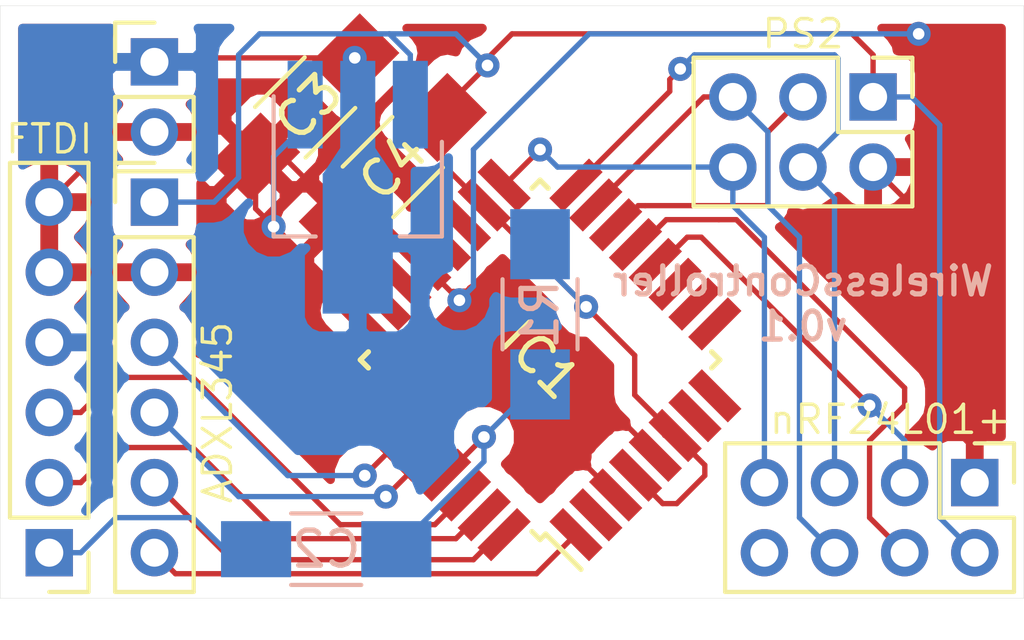
<source format=kicad_pcb>
(kicad_pcb (version 4) (host pcbnew 4.0.5)

  (general
    (links 42)
    (no_connects 0)
    (area 139.194999 93.394999 168.405001 110.305001)
    (thickness 1.6002)
    (drawings 10)
    (tracks 175)
    (zones 0)
    (modules 11)
    (nets 32)
  )

  (page A4)
  (layers
    (0 Top signal)
    (31 Bottom signal)
    (36 B.SilkS user)
    (37 F.SilkS user)
    (38 B.Mask user)
    (39 F.Mask user)
    (40 Dwgs.User user hide)
    (41 Cmts.User user hide)
    (42 Eco1.User user hide)
    (43 Eco2.User user hide)
    (44 Edge.Cuts user)
  )

  (setup
    (last_trace_width 0.1524)
    (trace_clearance 0.1524)
    (zone_clearance 0.508)
    (zone_45_only no)
    (trace_min 0.1524)
    (segment_width 0.2)
    (edge_width 0.01)
    (via_size 0.6858)
    (via_drill 0.3302)
    (via_min_size 0.6858)
    (via_min_drill 0.3302)
    (uvia_size 0.762)
    (uvia_drill 0.508)
    (uvias_allowed no)
    (uvia_min_size 0)
    (uvia_min_drill 0)
    (pcb_text_width 0.3)
    (pcb_text_size 1.5 1.5)
    (mod_edge_width 0.15)
    (mod_text_size 1 1)
    (mod_text_width 0.15)
    (pad_size 1.35 1.35)
    (pad_drill 0.8)
    (pad_to_mask_clearance 0)
    (aux_axis_origin 0 0)
    (visible_elements 7FFEFF7F)
    (pcbplotparams
      (layerselection 0x010f0_80000001)
      (usegerberextensions false)
      (excludeedgelayer true)
      (linewidth 0.100000)
      (plotframeref false)
      (viasonmask false)
      (mode 1)
      (useauxorigin false)
      (hpglpennumber 1)
      (hpglpenspeed 20)
      (hpglpendiameter 15)
      (hpglpenoverlay 2)
      (psnegative false)
      (psa4output false)
      (plotreference true)
      (plotvalue true)
      (plotinvisibletext false)
      (padsonsilk false)
      (subtractmaskfromsilk false)
      (outputformat 1)
      (mirror false)
      (drillshape 0)
      (scaleselection 1)
      (outputdirectory ""))
  )

  (net 0 "")
  (net 1 GND)
  (net 2 DTR)
  (net 3 RESET)
  (net 4 VCC)
  (net 5 +3V3)
  (net 6 INT1)
  (net 7 "Net-(IC1-Pad2)")
  (net 8 "Net-(IC1-Pad7)")
  (net 9 "Net-(IC1-Pad8)")
  (net 10 "Net-(IC1-Pad9)")
  (net 11 "Net-(IC1-Pad10)")
  (net 12 "Net-(IC1-Pad11)")
  (net 13 NRCE)
  (net 14 NRSS)
  (net 15 SEL)
  (net 16 CMD)
  (net 17 DAT)
  (net 18 CLK)
  (net 19 "Net-(IC1-Pad19)")
  (net 20 "Net-(IC1-Pad22)")
  (net 21 "Net-(IC1-Pad23)")
  (net 22 "Net-(IC1-Pad24)")
  (net 23 "Net-(IC1-Pad25)")
  (net 24 "Net-(IC1-Pad26)")
  (net 25 SDA)
  (net 26 SCL)
  (net 27 RX)
  (net 28 TX)
  (net 29 INT0)
  (net 30 "Net-(J1-Pad8)")
  (net 31 "Net-(IC1-Pad20)")

  (net_class Default "This is the default net class."
    (clearance 0.1524)
    (trace_width 0.1524)
    (via_dia 0.6858)
    (via_drill 0.3302)
    (uvia_dia 0.762)
    (uvia_drill 0.508)
    (add_net +3V3)
    (add_net CLK)
    (add_net CMD)
    (add_net DAT)
    (add_net DTR)
    (add_net GND)
    (add_net INT0)
    (add_net INT1)
    (add_net NRCE)
    (add_net NRSS)
    (add_net "Net-(IC1-Pad10)")
    (add_net "Net-(IC1-Pad11)")
    (add_net "Net-(IC1-Pad19)")
    (add_net "Net-(IC1-Pad2)")
    (add_net "Net-(IC1-Pad20)")
    (add_net "Net-(IC1-Pad22)")
    (add_net "Net-(IC1-Pad23)")
    (add_net "Net-(IC1-Pad24)")
    (add_net "Net-(IC1-Pad25)")
    (add_net "Net-(IC1-Pad26)")
    (add_net "Net-(IC1-Pad7)")
    (add_net "Net-(IC1-Pad8)")
    (add_net "Net-(IC1-Pad9)")
    (add_net "Net-(J1-Pad8)")
    (add_net RESET)
    (add_net RX)
    (add_net SCL)
    (add_net SDA)
    (add_net SEL)
    (add_net TX)
    (add_net VCC)
  )

  (module Pin_Headers:Pin_Header_Straight_1x06_Pitch2.00mm (layer Top) (tedit 58BAAB81) (tstamp 58BAAAFA)
    (at 140.6 109 180)
    (descr "Through hole straight pin header, 1x06, 2.00mm pitch, single row")
    (tags "Through hole pin header THT 1x06 2.00mm single row")
    (path /58BAAAD0)
    (fp_text reference J4 (at 0 -2.12 180) (layer F.SilkS) hide
      (effects (font (size 1 1) (thickness 0.15)))
    )
    (fp_text value CONN_01X05 (at 0 12.12 180) (layer F.Fab)
      (effects (font (size 1 1) (thickness 0.15)))
    )
    (fp_line (start -1 -1) (end -1 11) (layer F.Fab) (width 0.1))
    (fp_line (start -1 11) (end 1 11) (layer F.Fab) (width 0.1))
    (fp_line (start 1 11) (end 1 -1) (layer F.Fab) (width 0.1))
    (fp_line (start 1 -1) (end -1 -1) (layer F.Fab) (width 0.1))
    (fp_line (start -1.12 1) (end -1.12 11.12) (layer F.SilkS) (width 0.12))
    (fp_line (start -1.12 11.12) (end 1.12 11.12) (layer F.SilkS) (width 0.12))
    (fp_line (start 1.12 11.12) (end 1.12 1) (layer F.SilkS) (width 0.12))
    (fp_line (start 1.12 1) (end -1.12 1) (layer F.SilkS) (width 0.12))
    (fp_line (start -1.12 0) (end -1.12 -1.12) (layer F.SilkS) (width 0.12))
    (fp_line (start -1.12 -1.12) (end 0 -1.12) (layer F.SilkS) (width 0.12))
    (fp_line (start -1.3 -1.3) (end -1.3 11.3) (layer F.CrtYd) (width 0.05))
    (fp_line (start -1.3 11.3) (end 1.3 11.3) (layer F.CrtYd) (width 0.05))
    (fp_line (start 1.3 11.3) (end 1.3 -1.3) (layer F.CrtYd) (width 0.05))
    (fp_line (start 1.3 -1.3) (end -1.3 -1.3) (layer F.CrtYd) (width 0.05))
    (pad 1 thru_hole rect (at 0 0 180) (size 1.35 1.35) (drill 0.8) (layers *.Cu *.Mask)
      (net 2 DTR))
    (pad 2 thru_hole oval (at 0 2 180) (size 1.35 1.35) (drill 0.8) (layers *.Cu *.Mask)
      (net 28 TX))
    (pad 3 thru_hole oval (at 0 4 180) (size 1.35 1.35) (drill 0.8) (layers *.Cu *.Mask)
      (net 27 RX))
    (pad 4 thru_hole oval (at 0 6 180) (size 1.35 1.35) (drill 0.8) (layers *.Cu *.Mask)
      (net 4 VCC))
    (pad 5 thru_hole oval (at 0 8 180) (size 1.35 1.35) (drill 0.8) (layers *.Cu *.Mask)
      (net 1 GND))
    (pad 6 thru_hole oval (at 0 10 180) (size 1.35 1.35) (drill 0.8) (layers *.Cu *.Mask)
      (net 1 GND))
    (model Pin_Headers.3dshapes/Pin_Header_Straight_1x06_Pitch2.00mm.wrl
      (at (xyz 0 0 0))
      (scale (xyz 1 1 1))
      (rotate (xyz 0 0 0))
    )
  )

  (module Capacitors_SMD:C_1206_HandSoldering (layer Bottom) (tedit 58BAB068) (tstamp 58BAAAA1)
    (at 148.5 108.9)
    (descr "Capacitor SMD 1206, hand soldering")
    (tags "capacitor 1206")
    (path /58B2EA9D)
    (attr smd)
    (fp_text reference C2 (at 0 0) (layer B.SilkS)
      (effects (font (size 1 1) (thickness 0.15)) (justify mirror))
    )
    (fp_text value 0.1uF (at 0 -2) (layer B.Fab)
      (effects (font (size 1 1) (thickness 0.15)) (justify mirror))
    )
    (fp_text user %R (at 0 1.75) (layer B.Fab)
      (effects (font (size 1 1) (thickness 0.15)) (justify mirror))
    )
    (fp_line (start -1.6 -0.8) (end -1.6 0.8) (layer B.Fab) (width 0.1))
    (fp_line (start 1.6 -0.8) (end -1.6 -0.8) (layer B.Fab) (width 0.1))
    (fp_line (start 1.6 0.8) (end 1.6 -0.8) (layer B.Fab) (width 0.1))
    (fp_line (start -1.6 0.8) (end 1.6 0.8) (layer B.Fab) (width 0.1))
    (fp_line (start 1 1.02) (end -1 1.02) (layer B.SilkS) (width 0.12))
    (fp_line (start -1 -1.02) (end 1 -1.02) (layer B.SilkS) (width 0.12))
    (fp_line (start -3.25 1.05) (end 3.25 1.05) (layer B.CrtYd) (width 0.05))
    (fp_line (start -3.25 1.05) (end -3.25 -1.05) (layer B.CrtYd) (width 0.05))
    (fp_line (start 3.25 -1.05) (end 3.25 1.05) (layer B.CrtYd) (width 0.05))
    (fp_line (start 3.25 -1.05) (end -3.25 -1.05) (layer B.CrtYd) (width 0.05))
    (pad 1 smd rect (at -2 0) (size 2 1.6) (layers Bottom B.Mask)
      (net 2 DTR))
    (pad 2 smd rect (at 2 0) (size 2 1.6) (layers Bottom B.Mask)
      (net 3 RESET))
    (model Capacitors_SMD.3dshapes/C_1206.wrl
      (at (xyz 0 0 0))
      (scale (xyz 1 1 1))
      (rotate (xyz 0 0 0))
    )
  )

  (module Capacitors_SMD:C_1206_HandSoldering (layer Top) (tedit 58BAADBD) (tstamp 58BAAAA7)
    (at 147.9 96.3 225)
    (descr "Capacitor SMD 1206, hand soldering")
    (tags "capacitor 1206")
    (path /58B480D2)
    (attr smd)
    (fp_text reference C3 (at -0.070711 -0.070711 225) (layer F.SilkS)
      (effects (font (size 1 1) (thickness 0.15)))
    )
    (fp_text value 10uF (at 0 2 225) (layer F.Fab)
      (effects (font (size 1 1) (thickness 0.15)))
    )
    (fp_text user %R (at 0 -1.75 225) (layer F.Fab)
      (effects (font (size 1 1) (thickness 0.15)))
    )
    (fp_line (start -1.6 0.8) (end -1.6 -0.8) (layer F.Fab) (width 0.1))
    (fp_line (start 1.6 0.8) (end -1.6 0.8) (layer F.Fab) (width 0.1))
    (fp_line (start 1.6 -0.8) (end 1.6 0.8) (layer F.Fab) (width 0.1))
    (fp_line (start -1.6 -0.8) (end 1.6 -0.8) (layer F.Fab) (width 0.1))
    (fp_line (start 1 -1.02) (end -1 -1.02) (layer F.SilkS) (width 0.12))
    (fp_line (start -1 1.02) (end 1 1.02) (layer F.SilkS) (width 0.12))
    (fp_line (start -3.25 -1.05) (end 3.25 -1.05) (layer F.CrtYd) (width 0.05))
    (fp_line (start -3.25 -1.05) (end -3.25 1.05) (layer F.CrtYd) (width 0.05))
    (fp_line (start 3.25 1.05) (end 3.25 -1.05) (layer F.CrtYd) (width 0.05))
    (fp_line (start 3.25 1.05) (end -3.25 1.05) (layer F.CrtYd) (width 0.05))
    (pad 1 smd rect (at -2 0 225) (size 2 1.6) (layers Top F.Mask)
      (net 4 VCC))
    (pad 2 smd rect (at 2 0 225) (size 2 1.6) (layers Top F.Mask)
      (net 1 GND))
    (model Capacitors_SMD.3dshapes/C_1206.wrl
      (at (xyz 0 0 0))
      (scale (xyz 1 1 1))
      (rotate (xyz 0 0 0))
    )
  )

  (module Capacitors_SMD:C_1206_HandSoldering (layer Top) (tedit 58BAADB4) (tstamp 58BAAAAD)
    (at 150.4 98 225)
    (descr "Capacitor SMD 1206, hand soldering")
    (tags "capacitor 1206")
    (path /58B4812B)
    (attr smd)
    (fp_text reference C4 (at 0 0 225) (layer F.SilkS)
      (effects (font (size 1 1) (thickness 0.15)))
    )
    (fp_text value 10uF (at 0 2 225) (layer F.Fab)
      (effects (font (size 1 1) (thickness 0.15)))
    )
    (fp_text user %R (at 0 -1.75 225) (layer F.Fab)
      (effects (font (size 1 1) (thickness 0.15)))
    )
    (fp_line (start -1.6 0.8) (end -1.6 -0.8) (layer F.Fab) (width 0.1))
    (fp_line (start 1.6 0.8) (end -1.6 0.8) (layer F.Fab) (width 0.1))
    (fp_line (start 1.6 -0.8) (end 1.6 0.8) (layer F.Fab) (width 0.1))
    (fp_line (start -1.6 -0.8) (end 1.6 -0.8) (layer F.Fab) (width 0.1))
    (fp_line (start 1 -1.02) (end -1 -1.02) (layer F.SilkS) (width 0.12))
    (fp_line (start -1 1.02) (end 1 1.02) (layer F.SilkS) (width 0.12))
    (fp_line (start -3.25 -1.05) (end 3.25 -1.05) (layer F.CrtYd) (width 0.05))
    (fp_line (start -3.25 -1.05) (end -3.25 1.05) (layer F.CrtYd) (width 0.05))
    (fp_line (start 3.25 1.05) (end 3.25 -1.05) (layer F.CrtYd) (width 0.05))
    (fp_line (start 3.25 1.05) (end -3.25 1.05) (layer F.CrtYd) (width 0.05))
    (pad 1 smd rect (at -2 0 225) (size 2 1.6) (layers Top F.Mask)
      (net 5 +3V3))
    (pad 2 smd rect (at 2 0 225) (size 2 1.6) (layers Top F.Mask)
      (net 1 GND))
    (model Capacitors_SMD.3dshapes/C_1206.wrl
      (at (xyz 0 0 0))
      (scale (xyz 1 1 1))
      (rotate (xyz 0 0 0))
    )
  )

  (module Housings_QFP:TQFP-32_7x7mm_Pitch0.8mm (layer Top) (tedit 58BAB030) (tstamp 58BAAAD1)
    (at 154.6 103.5 135)
    (descr "32-Lead Plastic Thin Quad Flatpack (PT) - 7x7x1.0 mm Body, 2.00 mm [TQFP] (see Microchip Packaging Specification 00000049BS.pdf)")
    (tags "QFP 0.8")
    (path /58B2E67F)
    (attr smd)
    (fp_text reference IC1 (at 0 0 135) (layer F.SilkS)
      (effects (font (size 1 1) (thickness 0.15)))
    )
    (fp_text value ATMEGA328P-A (at 0 6.05 135) (layer F.Fab)
      (effects (font (size 1 1) (thickness 0.15)))
    )
    (fp_text user %R (at 0 0 135) (layer F.Fab)
      (effects (font (size 1 1) (thickness 0.15)))
    )
    (fp_line (start -2.5 -3.5) (end 3.5 -3.5) (layer F.Fab) (width 0.15))
    (fp_line (start 3.5 -3.5) (end 3.5 3.5) (layer F.Fab) (width 0.15))
    (fp_line (start 3.5 3.5) (end -3.5 3.5) (layer F.Fab) (width 0.15))
    (fp_line (start -3.5 3.5) (end -3.5 -2.5) (layer F.Fab) (width 0.15))
    (fp_line (start -3.5 -2.5) (end -2.5 -3.5) (layer F.Fab) (width 0.15))
    (fp_line (start -5.3 -5.3) (end -5.3 5.3) (layer F.CrtYd) (width 0.05))
    (fp_line (start 5.3 -5.3) (end 5.3 5.3) (layer F.CrtYd) (width 0.05))
    (fp_line (start -5.3 -5.3) (end 5.3 -5.3) (layer F.CrtYd) (width 0.05))
    (fp_line (start -5.3 5.3) (end 5.3 5.3) (layer F.CrtYd) (width 0.05))
    (fp_line (start -3.625 -3.625) (end -3.625 -3.4) (layer F.SilkS) (width 0.15))
    (fp_line (start 3.625 -3.625) (end 3.625 -3.3) (layer F.SilkS) (width 0.15))
    (fp_line (start 3.625 3.625) (end 3.625 3.3) (layer F.SilkS) (width 0.15))
    (fp_line (start -3.625 3.625) (end -3.625 3.3) (layer F.SilkS) (width 0.15))
    (fp_line (start -3.625 -3.625) (end -3.3 -3.625) (layer F.SilkS) (width 0.15))
    (fp_line (start -3.625 3.625) (end -3.3 3.625) (layer F.SilkS) (width 0.15))
    (fp_line (start 3.625 3.625) (end 3.3 3.625) (layer F.SilkS) (width 0.15))
    (fp_line (start 3.625 -3.625) (end 3.3 -3.625) (layer F.SilkS) (width 0.15))
    (fp_line (start -3.625 -3.4) (end -5.05 -3.4) (layer F.SilkS) (width 0.15))
    (pad 1 smd rect (at -4.25 -2.8 135) (size 1.6 0.55) (layers Top F.Mask)
      (net 6 INT1))
    (pad 2 smd rect (at -4.25 -2 135) (size 1.6 0.55) (layers Top F.Mask)
      (net 7 "Net-(IC1-Pad2)"))
    (pad 3 smd rect (at -4.25 -1.2 135) (size 1.6 0.55) (layers Top F.Mask)
      (net 1 GND))
    (pad 4 smd rect (at -4.25 -0.4 135) (size 1.6 0.55) (layers Top F.Mask)
      (net 5 +3V3))
    (pad 5 smd rect (at -4.25 0.4 135) (size 1.6 0.55) (layers Top F.Mask)
      (net 1 GND))
    (pad 6 smd rect (at -4.25 1.2 135) (size 1.6 0.55) (layers Top F.Mask)
      (net 5 +3V3))
    (pad 7 smd rect (at -4.25 2 135) (size 1.6 0.55) (layers Top F.Mask)
      (net 8 "Net-(IC1-Pad7)"))
    (pad 8 smd rect (at -4.25 2.8 135) (size 1.6 0.55) (layers Top F.Mask)
      (net 9 "Net-(IC1-Pad8)"))
    (pad 9 smd rect (at -2.8 4.25 225) (size 1.6 0.55) (layers Top F.Mask)
      (net 10 "Net-(IC1-Pad9)"))
    (pad 10 smd rect (at -2 4.25 225) (size 1.6 0.55) (layers Top F.Mask)
      (net 11 "Net-(IC1-Pad10)"))
    (pad 11 smd rect (at -1.2 4.25 225) (size 1.6 0.55) (layers Top F.Mask)
      (net 12 "Net-(IC1-Pad11)"))
    (pad 12 smd rect (at -0.4 4.25 225) (size 1.6 0.55) (layers Top F.Mask)
      (net 13 NRCE))
    (pad 13 smd rect (at 0.4 4.25 225) (size 1.6 0.55) (layers Top F.Mask)
      (net 14 NRSS))
    (pad 14 smd rect (at 1.2 4.25 225) (size 1.6 0.55) (layers Top F.Mask)
      (net 15 SEL))
    (pad 15 smd rect (at 2 4.25 225) (size 1.6 0.55) (layers Top F.Mask)
      (net 16 CMD))
    (pad 16 smd rect (at 2.8 4.25 225) (size 1.6 0.55) (layers Top F.Mask)
      (net 17 DAT))
    (pad 17 smd rect (at 4.25 2.8 135) (size 1.6 0.55) (layers Top F.Mask)
      (net 18 CLK))
    (pad 18 smd rect (at 4.25 2 135) (size 1.6 0.55) (layers Top F.Mask)
      (net 5 +3V3))
    (pad 19 smd rect (at 4.25 1.2 135) (size 1.6 0.55) (layers Top F.Mask)
      (net 19 "Net-(IC1-Pad19)"))
    (pad 20 smd rect (at 4.25 0.4 135) (size 1.6 0.55) (layers Top F.Mask)
      (net 31 "Net-(IC1-Pad20)"))
    (pad 21 smd rect (at 4.25 -0.4 135) (size 1.6 0.55) (layers Top F.Mask)
      (net 1 GND))
    (pad 22 smd rect (at 4.25 -1.2 135) (size 1.6 0.55) (layers Top F.Mask)
      (net 20 "Net-(IC1-Pad22)"))
    (pad 23 smd rect (at 4.25 -2 135) (size 1.6 0.55) (layers Top F.Mask)
      (net 21 "Net-(IC1-Pad23)"))
    (pad 24 smd rect (at 4.25 -2.8 135) (size 1.6 0.55) (layers Top F.Mask)
      (net 22 "Net-(IC1-Pad24)"))
    (pad 25 smd rect (at 2.8 -4.25 225) (size 1.6 0.55) (layers Top F.Mask)
      (net 23 "Net-(IC1-Pad25)"))
    (pad 26 smd rect (at 2 -4.25 225) (size 1.6 0.55) (layers Top F.Mask)
      (net 24 "Net-(IC1-Pad26)"))
    (pad 27 smd rect (at 1.2 -4.25 225) (size 1.6 0.55) (layers Top F.Mask)
      (net 25 SDA))
    (pad 28 smd rect (at 0.4 -4.25 225) (size 1.6 0.55) (layers Top F.Mask)
      (net 26 SCL))
    (pad 29 smd rect (at -0.4 -4.25 225) (size 1.6 0.55) (layers Top F.Mask)
      (net 3 RESET))
    (pad 30 smd rect (at -1.2 -4.25 225) (size 1.6 0.55) (layers Top F.Mask)
      (net 27 RX))
    (pad 31 smd rect (at -2 -4.25 225) (size 1.6 0.55) (layers Top F.Mask)
      (net 28 TX))
    (pad 32 smd rect (at -2.8 -4.25 225) (size 1.6 0.55) (layers Top F.Mask)
      (net 29 INT0))
    (model Housings_QFP.3dshapes/TQFP-32_7x7mm_Pitch0.8mm.wrl
      (at (xyz 0 0 0))
      (scale (xyz 1 1 1))
      (rotate (xyz 0 0 0))
    )
  )

  (module Pin_Headers:Pin_Header_Straight_2x04_Pitch2.00mm (layer Top) (tedit 58BAAE1A) (tstamp 58BAAADD)
    (at 167 107 270)
    (descr "Through hole straight pin header, 2x04, 2.00mm pitch, double rows")
    (tags "Through hole pin header THT 2x04 2.00mm double row")
    (path /58B9D2D0)
    (fp_text reference J1 (at 1 -2.12 270) (layer F.SilkS) hide
      (effects (font (size 1 1) (thickness 0.15)))
    )
    (fp_text value CONN_02X04 (at 1 8.12 270) (layer F.Fab)
      (effects (font (size 1 1) (thickness 0.15)))
    )
    (fp_line (start -1 -1) (end -1 7) (layer F.Fab) (width 0.1))
    (fp_line (start -1 7) (end 3 7) (layer F.Fab) (width 0.1))
    (fp_line (start 3 7) (end 3 -1) (layer F.Fab) (width 0.1))
    (fp_line (start 3 -1) (end -1 -1) (layer F.Fab) (width 0.1))
    (fp_line (start -1.12 1) (end -1.12 7.12) (layer F.SilkS) (width 0.12))
    (fp_line (start -1.12 7.12) (end 3.12 7.12) (layer F.SilkS) (width 0.12))
    (fp_line (start 3.12 7.12) (end 3.12 -1.12) (layer F.SilkS) (width 0.12))
    (fp_line (start 3.12 -1.12) (end 1 -1.12) (layer F.SilkS) (width 0.12))
    (fp_line (start 1 -1.12) (end 1 1) (layer F.SilkS) (width 0.12))
    (fp_line (start 1 1) (end -1.12 1) (layer F.SilkS) (width 0.12))
    (fp_line (start -1.12 0) (end -1.12 -1.12) (layer F.SilkS) (width 0.12))
    (fp_line (start -1.12 -1.12) (end 0 -1.12) (layer F.SilkS) (width 0.12))
    (fp_line (start -1.3 -1.3) (end -1.3 7.3) (layer F.CrtYd) (width 0.05))
    (fp_line (start -1.3 7.3) (end 3.3 7.3) (layer F.CrtYd) (width 0.05))
    (fp_line (start 3.3 7.3) (end 3.3 -1.3) (layer F.CrtYd) (width 0.05))
    (fp_line (start 3.3 -1.3) (end -1.3 -1.3) (layer F.CrtYd) (width 0.05))
    (pad 1 thru_hole rect (at 0 0 270) (size 1.35 1.35) (drill 0.8) (layers *.Cu *.Mask)
      (net 1 GND))
    (pad 2 thru_hole oval (at 2 0 270) (size 1.35 1.35) (drill 0.8) (layers *.Cu *.Mask)
      (net 5 +3V3))
    (pad 3 thru_hole oval (at 0 2 270) (size 1.35 1.35) (drill 0.8) (layers *.Cu *.Mask)
      (net 13 NRCE))
    (pad 4 thru_hole oval (at 2 2 270) (size 1.35 1.35) (drill 0.8) (layers *.Cu *.Mask)
      (net 14 NRSS))
    (pad 5 thru_hole oval (at 0 4 270) (size 1.35 1.35) (drill 0.8) (layers *.Cu *.Mask)
      (net 17 DAT))
    (pad 6 thru_hole oval (at 2 4 270) (size 1.35 1.35) (drill 0.8) (layers *.Cu *.Mask)
      (net 16 CMD))
    (pad 7 thru_hole oval (at 0 6 270) (size 1.35 1.35) (drill 0.8) (layers *.Cu *.Mask)
      (net 18 CLK))
    (pad 8 thru_hole oval (at 2 6 270) (size 1.35 1.35) (drill 0.8) (layers *.Cu *.Mask)
      (net 30 "Net-(J1-Pad8)"))
    (model Pin_Headers.3dshapes/Pin_Header_Straight_2x04_Pitch2.00mm.wrl
      (at (xyz 0 0 0))
      (scale (xyz 1 1 1))
      (rotate (xyz 0 0 0))
    )
  )

  (module Pin_Headers:Pin_Header_Straight_2x03_Pitch2.00mm (layer Top) (tedit 58BAAE15) (tstamp 58BAAAE7)
    (at 164.1 96 270)
    (descr "Through hole straight pin header, 2x03, 2.00mm pitch, double rows")
    (tags "Through hole pin header THT 2x03 2.00mm double row")
    (path /58BAC94E)
    (fp_text reference J2 (at 1 -2.12 270) (layer F.SilkS) hide
      (effects (font (size 1 1) (thickness 0.15)))
    )
    (fp_text value CONN_02X03 (at 1 6.12 270) (layer F.Fab)
      (effects (font (size 1 1) (thickness 0.15)))
    )
    (fp_line (start -1 -1) (end -1 5) (layer F.Fab) (width 0.1))
    (fp_line (start -1 5) (end 3 5) (layer F.Fab) (width 0.1))
    (fp_line (start 3 5) (end 3 -1) (layer F.Fab) (width 0.1))
    (fp_line (start 3 -1) (end -1 -1) (layer F.Fab) (width 0.1))
    (fp_line (start -1.12 1) (end -1.12 5.12) (layer F.SilkS) (width 0.12))
    (fp_line (start -1.12 5.12) (end 3.12 5.12) (layer F.SilkS) (width 0.12))
    (fp_line (start 3.12 5.12) (end 3.12 -1.12) (layer F.SilkS) (width 0.12))
    (fp_line (start 3.12 -1.12) (end 1 -1.12) (layer F.SilkS) (width 0.12))
    (fp_line (start 1 -1.12) (end 1 1) (layer F.SilkS) (width 0.12))
    (fp_line (start 1 1) (end -1.12 1) (layer F.SilkS) (width 0.12))
    (fp_line (start -1.12 0) (end -1.12 -1.12) (layer F.SilkS) (width 0.12))
    (fp_line (start -1.12 -1.12) (end 0 -1.12) (layer F.SilkS) (width 0.12))
    (fp_line (start -1.3 -1.3) (end -1.3 5.3) (layer F.CrtYd) (width 0.05))
    (fp_line (start -1.3 5.3) (end 3.3 5.3) (layer F.CrtYd) (width 0.05))
    (fp_line (start 3.3 5.3) (end 3.3 -1.3) (layer F.CrtYd) (width 0.05))
    (fp_line (start 3.3 -1.3) (end -1.3 -1.3) (layer F.CrtYd) (width 0.05))
    (pad 1 thru_hole rect (at 0 0 270) (size 1.35 1.35) (drill 0.8) (layers *.Cu *.Mask)
      (net 5 +3V3))
    (pad 2 thru_hole oval (at 2 0 270) (size 1.35 1.35) (drill 0.8) (layers *.Cu *.Mask)
      (net 1 GND))
    (pad 3 thru_hole oval (at 0 2 270) (size 1.35 1.35) (drill 0.8) (layers *.Cu *.Mask)
      (net 15 SEL))
    (pad 4 thru_hole oval (at 2 2 270) (size 1.35 1.35) (drill 0.8) (layers *.Cu *.Mask)
      (net 17 DAT))
    (pad 5 thru_hole oval (at 0 4 270) (size 1.35 1.35) (drill 0.8) (layers *.Cu *.Mask)
      (net 16 CMD))
    (pad 6 thru_hole oval (at 2 4 270) (size 1.35 1.35) (drill 0.8) (layers *.Cu *.Mask)
      (net 18 CLK))
    (model Pin_Headers.3dshapes/Pin_Header_Straight_2x03_Pitch2.00mm.wrl
      (at (xyz 0 0 0))
      (scale (xyz 1 1 1))
      (rotate (xyz 0 0 0))
    )
  )

  (module Pin_Headers:Pin_Header_Straight_1x06_Pitch2.00mm (layer Top) (tedit 58BAADF1) (tstamp 58BAAAF1)
    (at 143.6 99)
    (descr "Through hole straight pin header, 1x06, 2.00mm pitch, single row")
    (tags "Through hole pin header THT 1x06 2.00mm single row")
    (path /58BABDE7)
    (fp_text reference J3 (at 0 -2.12) (layer F.SilkS) hide
      (effects (font (size 1 1) (thickness 0.15)))
    )
    (fp_text value CONN_01X06 (at 0 12.12) (layer F.Fab)
      (effects (font (size 1 1) (thickness 0.15)))
    )
    (fp_line (start -1 -1) (end -1 11) (layer F.Fab) (width 0.1))
    (fp_line (start -1 11) (end 1 11) (layer F.Fab) (width 0.1))
    (fp_line (start 1 11) (end 1 -1) (layer F.Fab) (width 0.1))
    (fp_line (start 1 -1) (end -1 -1) (layer F.Fab) (width 0.1))
    (fp_line (start -1.12 1) (end -1.12 11.12) (layer F.SilkS) (width 0.12))
    (fp_line (start -1.12 11.12) (end 1.12 11.12) (layer F.SilkS) (width 0.12))
    (fp_line (start 1.12 11.12) (end 1.12 1) (layer F.SilkS) (width 0.12))
    (fp_line (start 1.12 1) (end -1.12 1) (layer F.SilkS) (width 0.12))
    (fp_line (start -1.12 0) (end -1.12 -1.12) (layer F.SilkS) (width 0.12))
    (fp_line (start -1.12 -1.12) (end 0 -1.12) (layer F.SilkS) (width 0.12))
    (fp_line (start -1.3 -1.3) (end -1.3 11.3) (layer F.CrtYd) (width 0.05))
    (fp_line (start -1.3 11.3) (end 1.3 11.3) (layer F.CrtYd) (width 0.05))
    (fp_line (start 1.3 11.3) (end 1.3 -1.3) (layer F.CrtYd) (width 0.05))
    (fp_line (start 1.3 -1.3) (end -1.3 -1.3) (layer F.CrtYd) (width 0.05))
    (pad 1 thru_hole rect (at 0 0) (size 1.35 1.35) (drill 0.8) (layers *.Cu *.Mask)
      (net 5 +3V3))
    (pad 2 thru_hole oval (at 0 2) (size 1.35 1.35) (drill 0.8) (layers *.Cu *.Mask)
      (net 1 GND))
    (pad 3 thru_hole oval (at 0 4) (size 1.35 1.35) (drill 0.8) (layers *.Cu *.Mask)
      (net 25 SDA))
    (pad 4 thru_hole oval (at 0 6) (size 1.35 1.35) (drill 0.8) (layers *.Cu *.Mask)
      (net 26 SCL))
    (pad 5 thru_hole oval (at 0 8) (size 1.35 1.35) (drill 0.8) (layers *.Cu *.Mask)
      (net 29 INT0))
    (pad 6 thru_hole oval (at 0 10) (size 1.35 1.35) (drill 0.8) (layers *.Cu *.Mask)
      (net 6 INT1))
    (model Pin_Headers.3dshapes/Pin_Header_Straight_1x06_Pitch2.00mm.wrl
      (at (xyz 0 0 0))
      (scale (xyz 1 1 1))
      (rotate (xyz 0 0 0))
    )
  )

  (module Pin_Headers:Pin_Header_Straight_1x02_Pitch2.00mm (layer Top) (tedit 58BAADE2) (tstamp 58BAAB00)
    (at 143.6 95)
    (descr "Through hole straight pin header, 1x02, 2.00mm pitch, single row")
    (tags "Through hole pin header THT 1x02 2.00mm single row")
    (path /58BAE282)
    (fp_text reference J5 (at -0.2 -2.3) (layer F.SilkS) hide
      (effects (font (size 1 1) (thickness 0.15)))
    )
    (fp_text value CONN_01X02 (at 0 4.12) (layer F.Fab)
      (effects (font (size 1 1) (thickness 0.15)))
    )
    (fp_line (start -1 -1) (end -1 3) (layer F.Fab) (width 0.1))
    (fp_line (start -1 3) (end 1 3) (layer F.Fab) (width 0.1))
    (fp_line (start 1 3) (end 1 -1) (layer F.Fab) (width 0.1))
    (fp_line (start 1 -1) (end -1 -1) (layer F.Fab) (width 0.1))
    (fp_line (start -1.12 1) (end -1.12 3.12) (layer F.SilkS) (width 0.12))
    (fp_line (start -1.12 3.12) (end 1.12 3.12) (layer F.SilkS) (width 0.12))
    (fp_line (start 1.12 3.12) (end 1.12 1) (layer F.SilkS) (width 0.12))
    (fp_line (start 1.12 1) (end -1.12 1) (layer F.SilkS) (width 0.12))
    (fp_line (start -1.12 0) (end -1.12 -1.12) (layer F.SilkS) (width 0.12))
    (fp_line (start -1.12 -1.12) (end 0 -1.12) (layer F.SilkS) (width 0.12))
    (fp_line (start -1.3 -1.3) (end -1.3 3.3) (layer F.CrtYd) (width 0.05))
    (fp_line (start -1.3 3.3) (end 1.3 3.3) (layer F.CrtYd) (width 0.05))
    (fp_line (start 1.3 3.3) (end 1.3 -1.3) (layer F.CrtYd) (width 0.05))
    (fp_line (start 1.3 -1.3) (end -1.3 -1.3) (layer F.CrtYd) (width 0.05))
    (pad 1 thru_hole rect (at 0 0) (size 1.35 1.35) (drill 0.8) (layers *.Cu *.Mask)
      (net 4 VCC))
    (pad 2 thru_hole oval (at 0 2) (size 1.35 1.35) (drill 0.8) (layers *.Cu *.Mask)
      (net 1 GND))
    (model Pin_Headers.3dshapes/Pin_Header_Straight_1x02_Pitch2.00mm.wrl
      (at (xyz 0 0 0))
      (scale (xyz 1 1 1))
      (rotate (xyz 0 0 0))
    )
  )

  (module Resistors_SMD:R_1206_HandSoldering (layer Bottom) (tedit 58BAB05C) (tstamp 58BAAB11)
    (at 154.6 102.2 270)
    (descr "Resistor SMD 1206, hand soldering")
    (tags "resistor 1206")
    (path /58B2E684)
    (attr smd)
    (fp_text reference R1 (at 0 0 270) (layer B.SilkS)
      (effects (font (size 1 1) (thickness 0.15)) (justify mirror))
    )
    (fp_text value 1K (at 0 -1.9 270) (layer B.Fab)
      (effects (font (size 1 1) (thickness 0.15)) (justify mirror))
    )
    (fp_text user %R (at 0 1.85 270) (layer B.Fab)
      (effects (font (size 1 1) (thickness 0.15)) (justify mirror))
    )
    (fp_line (start -1.6 -0.8) (end -1.6 0.8) (layer B.Fab) (width 0.1))
    (fp_line (start 1.6 -0.8) (end -1.6 -0.8) (layer B.Fab) (width 0.1))
    (fp_line (start 1.6 0.8) (end 1.6 -0.8) (layer B.Fab) (width 0.1))
    (fp_line (start -1.6 0.8) (end 1.6 0.8) (layer B.Fab) (width 0.1))
    (fp_line (start 1 -1.07) (end -1 -1.07) (layer B.SilkS) (width 0.12))
    (fp_line (start -1 1.07) (end 1 1.07) (layer B.SilkS) (width 0.12))
    (fp_line (start -3.25 1.11) (end 3.25 1.11) (layer B.CrtYd) (width 0.05))
    (fp_line (start -3.25 1.11) (end -3.25 -1.1) (layer B.CrtYd) (width 0.05))
    (fp_line (start 3.25 -1.1) (end 3.25 1.11) (layer B.CrtYd) (width 0.05))
    (fp_line (start 3.25 -1.1) (end -3.25 -1.1) (layer B.CrtYd) (width 0.05))
    (pad 1 smd rect (at -2 0 270) (size 2 1.7) (layers Bottom B.Mask)
      (net 5 +3V3))
    (pad 2 smd rect (at 2 0 270) (size 2 1.7) (layers Bottom B.Mask)
      (net 3 RESET))
    (model Resistors_SMD.3dshapes/R_1206.wrl
      (at (xyz 0 0 0))
      (scale (xyz 1 1 1))
      (rotate (xyz 0 0 0))
    )
  )

  (module TO_SOT_Packages_SMD:SOT89-3_Housing_Handsoldering (layer Bottom) (tedit 58BAA307) (tstamp 58BAAB1A)
    (at 149.4 98.2 270)
    (descr "SOT89-3, Housing, Handsoldering,")
    (tags "SOT89-3 Housing Handsoldering ")
    (path /58B474BB)
    (attr smd)
    (fp_text reference REG1 (at 4.9 2.3 270) (layer B.SilkS) hide
      (effects (font (size 1 1) (thickness 0.15)) (justify mirror))
    )
    (fp_text value HT7333 (at 0.5 -3.15 270) (layer B.Fab)
      (effects (font (size 1 1) (thickness 0.15)) (justify mirror))
    )
    (fp_line (start -3.5 -2.55) (end 4.25 -2.55) (layer B.CrtYd) (width 0.05))
    (fp_line (start 4.25 -2.55) (end 4.25 2.55) (layer B.CrtYd) (width 0.05))
    (fp_line (start 4.25 2.55) (end -3.5 2.55) (layer B.CrtYd) (width 0.05))
    (fp_line (start -3.5 2.55) (end -3.5 -2.55) (layer B.CrtYd) (width 0.05))
    (fp_line (start 1.78 -1.2) (end 1.78 -2.4) (layer B.SilkS) (width 0.12))
    (fp_line (start 1.78 -2.4) (end -0.92 -2.4) (layer B.SilkS) (width 0.12))
    (fp_line (start -2.22 2.4) (end 1.78 2.4) (layer B.SilkS) (width 0.12))
    (fp_line (start 1.78 2.4) (end 1.78 1.2) (layer B.SilkS) (width 0.12))
    (fp_line (start -0.92 1.51) (end -0.13 2.3) (layer B.Fab) (width 0.1))
    (fp_line (start 1.68 2.3) (end 1.68 -2.3) (layer B.Fab) (width 0.1))
    (fp_line (start 1.68 -2.3) (end -0.92 -2.3) (layer B.Fab) (width 0.1))
    (fp_line (start -0.92 -2.3) (end -0.92 1.51) (layer B.Fab) (width 0.1))
    (fp_line (start -0.13 2.3) (end 1.68 2.3) (layer B.Fab) (width 0.1))
    (pad 1 smd rect (at -1.98 1.5) (size 1 2.5) (layers Bottom B.Mask)
      (net 1 GND))
    (pad 2 smd rect (at -1.98 0) (size 1 2.5) (layers Bottom B.Mask)
      (net 4 VCC))
    (pad 3 smd rect (at -1.98 -1.5) (size 1 2.5) (layers Bottom B.Mask)
      (net 5 +3V3))
    (pad 2 smd rect (at 1.98 0) (size 2 4) (layers Bottom B.Mask)
      (net 4 VCC))
    (pad 2 smd trapezoid (at -0.37 0 180) (size 1.5 0.75) (rect_delta 0 -0.5 ) (layers Bottom B.Mask)
      (net 4 VCC))
    (model TO_SOT_Packages_SMD.3dshapes/SOT89-3_Housing_Handsoldering.wrl
      (at (xyz 0.02 0 0))
      (scale (xyz 0.39 0.39 0.39))
      (rotate (xyz 0 0 90))
    )
  )

  (gr_text "WirelessController\nv0.1" (at 162.1 101.9) (layer B.SilkS)
    (effects (font (size 0.8 0.8) (thickness 0.15)) (justify mirror))
  )
  (gr_text FTDI (at 140.6 97.2) (layer F.SilkS)
    (effects (font (size 0.8 0.8) (thickness 0.1)))
  )
  (gr_text ADXL345 (at 145.4 105 90) (layer F.SilkS)
    (effects (font (size 0.8 0.8) (thickness 0.1)))
  )
  (gr_text PS2 (at 162.1 94.2) (layer F.SilkS)
    (effects (font (size 0.8 0.8) (thickness 0.1)))
  )
  (gr_text nRF24L01+ (at 164.6 105.2) (layer F.SilkS)
    (effects (font (size 0.8 0.8) (thickness 0.1)))
  )
  (gr_line (start 139.2 110.3) (end 168.4 110.3) (angle 90) (layer Edge.Cuts) (width 0.01))
  (gr_line (start 139.2 93.4) (end 139.2 110.3) (angle 90) (layer Edge.Cuts) (width 0.01))
  (gr_line (start 168.4 93.4) (end 139.2 93.4) (angle 90) (layer Edge.Cuts) (width 0.01))
  (gr_line (start 168.4 110.3) (end 168.4 93.4) (angle 90) (layer Edge.Cuts) (width 0.01))
  (dimension 17 (width 0.3) (layer Eco1.User)
    (gr_text "17.000 mm" (at 127.65 102 270) (layer Eco1.User)
      (effects (font (size 1.5 1.5) (thickness 0.3)))
    )
    (feature1 (pts (xy 181.6 110.5) (xy 126.3 110.5)))
    (feature2 (pts (xy 181.6 93.5) (xy 126.3 93.5)))
    (crossbar (pts (xy 129 93.5) (xy 129 110.5)))
    (arrow1a (pts (xy 129 110.5) (xy 128.413579 109.373496)))
    (arrow1b (pts (xy 129 110.5) (xy 129.586421 109.373496)))
    (arrow2a (pts (xy 129 93.5) (xy 128.413579 94.626504)))
    (arrow2b (pts (xy 129 93.5) (xy 129.586421 94.626504)))
  )

  (segment (start 152.7 97.5) (end 152.7 101.4) (width 0.1524) (layer Bottom) (net 1))
  (segment (start 165.2 98) (end 166 97.2) (width 0.1524) (layer Top) (net 1) (tstamp 58BACF3A))
  (segment (start 166 97.2) (end 166 94.8) (width 0.1524) (layer Top) (net 1) (tstamp 58BACF3C))
  (segment (start 166 94.8) (end 165.4 94.2) (width 0.1524) (layer Top) (net 1) (tstamp 58BACF3E))
  (via (at 165.4 94.2) (size 0.6858) (drill 0.3302) (layers Top Bottom) (net 1))
  (segment (start 165.4 94.2) (end 156 94.2) (width 0.1524) (layer Bottom) (net 1) (tstamp 58BACF41))
  (segment (start 156 94.2) (end 152.7 97.5) (width 0.1524) (layer Bottom) (net 1) (tstamp 58BACF42))
  (via (at 152.3 101.8) (size 0.6858) (drill 0.3302) (layers Top Bottom) (net 1))
  (segment (start 164.1 98) (end 165.2 98) (width 0.1524) (layer Top) (net 1))
  (segment (start 152.7 101.4) (end 152.3 101.8) (width 0.1524) (layer Bottom) (net 1) (tstamp 58BACF7B))
  (segment (start 147.9 96.22) (end 147.9 96.8) (width 0.1524) (layer Bottom) (net 1))
  (segment (start 147.9 96.8) (end 147 97.7) (width 0.1524) (layer Bottom) (net 1) (tstamp 58BACF5D))
  (segment (start 147 97.7) (end 147 99.7) (width 0.1524) (layer Bottom) (net 1) (tstamp 58BACF5E))
  (via (at 147 99.7) (size 0.6858) (drill 0.3302) (layers Top Bottom) (net 1))
  (segment (start 147 99.7) (end 146.485786 99.185786) (width 0.1524) (layer Top) (net 1) (tstamp 58BACF62))
  (segment (start 146.485786 99.185786) (end 146.485786 97.714214) (width 0.1524) (layer Top) (net 1) (tstamp 58BACF63))
  (segment (start 167 100.9) (end 164.1 98) (width 0.1524) (layer Top) (net 1) (tstamp 58BACF23))
  (segment (start 143.6 97) (end 142.6 97) (width 0.1524) (layer Top) (net 1))
  (segment (start 142.6 97) (end 140.6 99) (width 0.1524) (layer Top) (net 1) (tstamp 58BACDCF))
  (segment (start 140.6 99) (end 140.6 101) (width 0.1524) (layer Top) (net 1) (tstamp 58BACDD1))
  (segment (start 140.6 101) (end 143.6 101) (width 0.1524) (layer Top) (net 1) (tstamp 58BACDD3))
  (segment (start 156.756676 107.353732) (end 156.753732 107.353732) (width 0.1524) (layer Top) (net 1))
  (segment (start 156.753732 107.353732) (end 155.6 106.2) (width 0.1524) (layer Top) (net 1) (tstamp 58BACCEA))
  (segment (start 155.6 106.2) (end 155.6 105.1) (width 0.1524) (layer Top) (net 1) (tstamp 58BACCEB))
  (segment (start 157.888047 106.222361) (end 157.888047 106.188047) (width 0.1524) (layer Top) (net 1))
  (segment (start 157.888047 106.188047) (end 156.8 105.1) (width 0.1524) (layer Top) (net 1) (tstamp 58BACCE4))
  (segment (start 156.8 105.1) (end 155.6 105.1) (width 0.1524) (layer Top) (net 1) (tstamp 58BACCE5))
  (segment (start 155.6 105.1) (end 152.3 101.8) (width 0.1524) (layer Top) (net 1) (tstamp 58BACCE6))
  (segment (start 152.3 101.8) (end 151.311953 100.811953) (width 0.1524) (layer Top) (net 1) (tstamp 58BACF49))
  (segment (start 151.311953 100.811953) (end 151.311953 100.777639) (width 0.1524) (layer Top) (net 1) (tstamp 58BACCE7))
  (segment (start 148.985786 99.414214) (end 149.948528 99.414214) (width 0.1524) (layer Top) (net 1))
  (segment (start 149.948528 99.414214) (end 151.311953 100.777639) (width 0.1524) (layer Top) (net 1) (tstamp 58BACCD7))
  (segment (start 146.485786 97.714214) (end 147.285786 97.714214) (width 0.1524) (layer Top) (net 1))
  (segment (start 147.285786 97.714214) (end 148.985786 99.414214) (width 0.1524) (layer Top) (net 1) (tstamp 58BACCD2))
  (segment (start 146.485786 97.714214) (end 146.485786 97.685786) (width 0.1524) (layer Top) (net 1))
  (segment (start 146.485786 97.685786) (end 145.8 97) (width 0.1524) (layer Top) (net 1) (tstamp 58BACCC7))
  (segment (start 145.8 97) (end 143.6 97) (width 0.1524) (layer Top) (net 1) (tstamp 58BACCC8))
  (segment (start 146.5 108.9) (end 145.6 108.9) (width 0.1524) (layer Bottom) (net 2))
  (segment (start 145.6 108.9) (end 144.7 108) (width 0.1524) (layer Bottom) (net 2) (tstamp 58BACD20))
  (segment (start 144.7 108) (end 142.5 108) (width 0.1524) (layer Bottom) (net 2) (tstamp 58BACD22))
  (segment (start 142.5 108) (end 141.5 109) (width 0.1524) (layer Bottom) (net 2) (tstamp 58BACD24))
  (segment (start 141.5 109) (end 140.6 109) (width 0.1524) (layer Bottom) (net 2) (tstamp 58BACD26))
  (segment (start 153 105.7) (end 153 106.4) (width 0.1524) (layer Bottom) (net 3))
  (segment (start 153 106.4) (end 150.5 108.9) (width 0.1524) (layer Bottom) (net 3) (tstamp 58BACD1C))
  (segment (start 151.877639 106.788047) (end 151.911953 106.788047) (width 0.1524) (layer Top) (net 3))
  (segment (start 151.911953 106.788047) (end 153 105.7) (width 0.1524) (layer Top) (net 3) (tstamp 58BACCEE))
  (via (at 153 105.7) (size 0.6858) (drill 0.3302) (layers Top Bottom) (net 3))
  (segment (start 153 105.7) (end 154.5 104.2) (width 0.1524) (layer Bottom) (net 3) (tstamp 58BACCF1))
  (segment (start 154.5 104.2) (end 154.6 104.2) (width 0.1524) (layer Bottom) (net 3) (tstamp 58BACCF2))
  (via (at 149.314214 94.885786) (size 0.6858) (drill 0.3302) (layers Top Bottom) (net 4))
  (segment (start 143.714214 94.885786) (end 149.314214 94.885786) (width 0.1524) (layer Top) (net 4))
  (segment (start 149.314214 94.885786) (end 149.4 94.971572) (width 0.1524) (layer Bottom) (net 4) (tstamp 58BACF7F))
  (segment (start 149.4 94.971572) (end 149.4 96.22) (width 0.1524) (layer Bottom) (net 4) (tstamp 58BACF80))
  (segment (start 143.714214 94.885786) (end 143.6 95) (width 0.1524) (layer Top) (net 4) (tstamp 58BACF57))
  (via (at 155.914214 101.985787) (size 0.6858) (drill 0.3302) (layers Top Bottom) (net 5))
  (segment (start 155.914214 101.985787) (end 154.6 100.671573) (width 0.1524) (layer Bottom) (net 5) (tstamp 58BAD165))
  (segment (start 154.6 100.671573) (end 154.6 100.2) (width 0.1524) (layer Bottom) (net 5) (tstamp 58BAD166))
  (segment (start 158.453732 105.656676) (end 158.453732 105.653732) (width 0.1524) (layer Top) (net 5))
  (segment (start 158.453732 105.653732) (end 157.3 104.5) (width 0.1524) (layer Top) (net 5) (tstamp 58BACF0F))
  (segment (start 157.3 103.371573) (end 155.914214 101.985787) (width 0.1524) (layer Top) (net 5) (tstamp 58BACF09))
  (segment (start 155.914214 101.985787) (end 153.00901 99.080583) (width 0.1524) (layer Top) (net 5) (tstamp 58BAD162))
  (segment (start 157.3 104.5) (end 157.3 103.371573) (width 0.1524) (layer Top) (net 5) (tstamp 58BACF10))
  (segment (start 158.453732 105.656676) (end 158.156676 105.656676) (width 0.1524) (layer Top) (net 5))
  (segment (start 157.322361 106.788047) (end 157.322361 106.822361) (width 0.1524) (layer Top) (net 5))
  (segment (start 157.322361 106.822361) (end 158.1 107.6) (width 0.1524) (layer Top) (net 5) (tstamp 58BACEFE))
  (segment (start 158.1 107.6) (end 158.5 107.6) (width 0.1524) (layer Top) (net 5) (tstamp 58BACEFF))
  (segment (start 158.5 107.6) (end 159.3 106.8) (width 0.1524) (layer Top) (net 5) (tstamp 58BACF01))
  (segment (start 159.3 106.8) (end 159.3 106.502944) (width 0.1524) (layer Top) (net 5) (tstamp 58BACF02))
  (segment (start 159.3 106.502944) (end 158.453732 105.656676) (width 0.1524) (layer Top) (net 5) (tstamp 58BACF03))
  (segment (start 167 109) (end 166 108) (width 0.1524) (layer Bottom) (net 5))
  (segment (start 165.2 96) (end 164.1 96) (width 0.1524) (layer Bottom) (net 5) (tstamp 58BACE65))
  (segment (start 166 96.8) (end 165.2 96) (width 0.1524) (layer Bottom) (net 5) (tstamp 58BACE63))
  (segment (start 166 108) (end 166 96.8) (width 0.1524) (layer Bottom) (net 5) (tstamp 58BACE62))
  (segment (start 153.1 95.1) (end 153.1 94.9) (width 0.1524) (layer Top) (net 5))
  (segment (start 164.1 94.8) (end 164.1 96) (width 0.1524) (layer Top) (net 5) (tstamp 58BACE1E))
  (segment (start 163.5 94.2) (end 164.1 94.8) (width 0.1524) (layer Top) (net 5) (tstamp 58BACE1D))
  (segment (start 153.8 94.2) (end 163.5 94.2) (width 0.1524) (layer Top) (net 5) (tstamp 58BACE1B))
  (segment (start 153.1 94.9) (end 153.8 94.2) (width 0.1524) (layer Top) (net 5) (tstamp 58BACE1A))
  (segment (start 151.814214 96.385786) (end 151.814214 96.585786) (width 0.1524) (layer Top) (net 5) (tstamp 58BACDFE))
  (segment (start 153.1 95.1) (end 151.814214 96.385786) (width 0.1524) (layer Top) (net 5) (tstamp 58BACDFD))
  (via (at 153.1 95.1) (size 0.6858) (drill 0.3302) (layers Top Bottom) (net 5))
  (segment (start 152.2 94.2) (end 153.1 95.1) (width 0.1524) (layer Bottom) (net 5) (tstamp 58BACDF9))
  (segment (start 150.3 94.2) (end 152.2 94.2) (width 0.1524) (layer Bottom) (net 5))
  (segment (start 143.6 99) (end 145.3 99) (width 0.1524) (layer Bottom) (net 5))
  (segment (start 150.9 94.8) (end 150.9 96.22) (width 0.1524) (layer Bottom) (net 5) (tstamp 58BACDF5))
  (segment (start 150.3 94.2) (end 150.9 94.8) (width 0.1524) (layer Bottom) (net 5) (tstamp 58BACDF4))
  (segment (start 146.6 94.2) (end 150.3 94.2) (width 0.1524) (layer Bottom) (net 5) (tstamp 58BACDF3))
  (segment (start 146 94.8) (end 146.6 94.2) (width 0.1524) (layer Bottom) (net 5) (tstamp 58BACDF2))
  (segment (start 146 98.3) (end 146 94.8) (width 0.1524) (layer Bottom) (net 5) (tstamp 58BACDF0))
  (segment (start 145.3 99) (end 146 98.3) (width 0.1524) (layer Bottom) (net 5) (tstamp 58BACDEE))
  (segment (start 153.00901 99.080583) (end 152.980583 99.080583) (width 0.1524) (layer Top) (net 5))
  (segment (start 152.980583 99.080583) (end 151.814214 97.914214) (width 0.1524) (layer Top) (net 5) (tstamp 58BACCDF))
  (segment (start 151.814214 97.914214) (end 151.814214 96.585786) (width 0.1524) (layer Top) (net 5) (tstamp 58BACCE0))
  (segment (start 155.625305 108.485103) (end 155.614897 108.485103) (width 0.1524) (layer Top) (net 6))
  (segment (start 155.614897 108.485103) (end 154.5 109.6) (width 0.1524) (layer Top) (net 6) (tstamp 58BACD2E))
  (segment (start 154.5 109.6) (end 144.2 109.6) (width 0.1524) (layer Top) (net 6) (tstamp 58BACD2F))
  (segment (start 144.2 109.6) (end 143.6 109) (width 0.1524) (layer Top) (net 6) (tstamp 58BACD31))
  (segment (start 157.888047 100.777639) (end 158.022361 100.777639) (width 0.1524) (layer Top) (net 13))
  (segment (start 158.022361 100.777639) (end 158.8 100) (width 0.1524) (layer Top) (net 13) (tstamp 58BACE89))
  (segment (start 158.8 100) (end 159.2 100) (width 0.1524) (layer Top) (net 13) (tstamp 58BACE8A))
  (segment (start 159.2 100) (end 164 104.8) (width 0.1524) (layer Top) (net 13) (tstamp 58BACE8C))
  (via (at 164 104.8) (size 0.6858) (drill 0.3302) (layers Top Bottom) (net 13))
  (segment (start 164 104.8) (end 165 105.8) (width 0.1524) (layer Bottom) (net 13) (tstamp 58BACE8F))
  (segment (start 165 105.8) (end 165 107) (width 0.1524) (layer Bottom) (net 13) (tstamp 58BACE90))
  (segment (start 159.7 99.5) (end 160.2 99.5) (width 0.1524) (layer Top) (net 14))
  (segment (start 157.488047 100.211953) (end 158.2 99.5) (width 0.1524) (layer Top) (net 14) (tstamp 58BACE99))
  (segment (start 158.2 99.5) (end 159.7 99.5) (width 0.1524) (layer Top) (net 14) (tstamp 58BACE9A))
  (segment (start 164 105.9) (end 164 108) (width 0.1524) (layer Top) (net 14) (tstamp 58BACEA0))
  (segment (start 164 108) (end 165 109) (width 0.1524) (layer Top) (net 14) (tstamp 58BACEA2))
  (segment (start 164 105.8) (end 164 105.9) (width 0.1524) (layer Top) (net 14) (tstamp 58BACEB2))
  (segment (start 165 104.8) (end 164 105.8) (width 0.1524) (layer Top) (net 14) (tstamp 58BACEB1))
  (segment (start 165 104.3) (end 165 104.8) (width 0.1524) (layer Top) (net 14) (tstamp 58BACEB0))
  (segment (start 160.2 99.5) (end 165 104.3) (width 0.1524) (layer Top) (net 14) (tstamp 58BACEAF))
  (segment (start 157.322361 100.211953) (end 157.488047 100.211953) (width 0.1524) (layer Top) (net 14))
  (segment (start 162.1 96) (end 161.1 97) (width 0.1524) (layer Top) (net 15))
  (segment (start 157.4 99.1) (end 156.853732 99.646268) (width 0.1524) (layer Top) (net 15) (tstamp 58BACEE3))
  (segment (start 157.6 99.1) (end 157.4 99.1) (width 0.1524) (layer Top) (net 15) (tstamp 58BACEE2))
  (segment (start 161.1 99.1) (end 157.6 99.1) (width 0.1524) (layer Top) (net 15) (tstamp 58BACEE1))
  (segment (start 161.1 97) (end 161.1 99.1) (width 0.1524) (layer Top) (net 15) (tstamp 58BACEE0))
  (segment (start 156.853732 99.646268) (end 156.756676 99.646268) (width 0.1524) (layer Top) (net 15) (tstamp 58BACEE4))
  (segment (start 160.1 96) (end 159.271573 96) (width 0.1524) (layer Top) (net 16))
  (segment (start 159.271573 96) (end 156.19099 99.080583) (width 0.1524) (layer Top) (net 16) (tstamp 58BACEF4))
  (segment (start 163 109) (end 162 108) (width 0.1524) (layer Bottom) (net 16))
  (segment (start 161.1 97) (end 160.1 96) (width 0.1524) (layer Bottom) (net 16) (tstamp 58BACE77))
  (segment (start 161.1 99.1) (end 161.1 97) (width 0.1524) (layer Bottom) (net 16) (tstamp 58BACE75))
  (segment (start 162 100) (end 161.1 99.1) (width 0.1524) (layer Bottom) (net 16) (tstamp 58BACE73))
  (segment (start 162 108) (end 162 100) (width 0.1524) (layer Bottom) (net 16) (tstamp 58BACE72))
  (segment (start 156.19099 99.080583) (end 156.219417 99.080583) (width 0.1524) (layer Top) (net 16))
  (segment (start 162.1 98) (end 163.1 97) (width 0.1524) (layer Bottom) (net 17))
  (segment (start 158.3 95.840202) (end 155.625305 98.514897) (width 0.1524) (layer Top) (net 17) (tstamp 58BACEF1))
  (segment (start 158.3 95.5) (end 158.3 95.840202) (width 0.1524) (layer Top) (net 17) (tstamp 58BACEF0))
  (segment (start 158.6 95.2) (end 158.3 95.5) (width 0.1524) (layer Top) (net 17) (tstamp 58BACEEF))
  (via (at 158.6 95.2) (size 0.6858) (drill 0.3302) (layers Top Bottom) (net 17))
  (segment (start 159 94.8) (end 158.6 95.2) (width 0.1524) (layer Bottom) (net 17) (tstamp 58BACEEA))
  (segment (start 163 94.8) (end 159 94.8) (width 0.1524) (layer Bottom) (net 17) (tstamp 58BACEE9))
  (segment (start 163.1 94.9) (end 163 94.8) (width 0.1524) (layer Bottom) (net 17) (tstamp 58BACEE8))
  (segment (start 163.1 97) (end 163.1 94.9) (width 0.1524) (layer Bottom) (net 17) (tstamp 58BACEE7))
  (segment (start 163 107) (end 163 98.9) (width 0.1524) (layer Bottom) (net 17))
  (segment (start 163 98.9) (end 162.1 98) (width 0.1524) (layer Bottom) (net 17) (tstamp 58BACE69))
  (segment (start 160.1 98) (end 155.1 98) (width 0.1524) (layer Bottom) (net 18))
  (segment (start 154.6 97.5) (end 153.585103 98.514897) (width 0.1524) (layer Top) (net 18) (tstamp 58BACEFA))
  (via (at 154.6 97.5) (size 0.6858) (drill 0.3302) (layers Top Bottom) (net 18))
  (segment (start 155.1 98) (end 154.6 97.5) (width 0.1524) (layer Bottom) (net 18) (tstamp 58BACEF8))
  (segment (start 153.585103 98.514897) (end 153.574695 98.514897) (width 0.1524) (layer Top) (net 18) (tstamp 58BACEFB))
  (segment (start 161 107) (end 161 100) (width 0.1524) (layer Bottom) (net 18))
  (segment (start 160.1 99.1) (end 160.1 98) (width 0.1524) (layer Bottom) (net 18) (tstamp 58BACE7C))
  (segment (start 161 100) (end 160.1 99.1) (width 0.1524) (layer Bottom) (net 18) (tstamp 58BACE7B))
  (segment (start 150.746268 105.656676) (end 150.743324 105.656676) (width 0.1524) (layer Top) (net 25))
  (segment (start 150.743324 105.656676) (end 149.6 106.8) (width 0.1524) (layer Top) (net 25) (tstamp 58BACDE4))
  (via (at 149.6 106.8) (size 0.6858) (drill 0.3302) (layers Top Bottom) (net 25))
  (segment (start 149.6 106.8) (end 147.4 106.8) (width 0.1524) (layer Bottom) (net 25) (tstamp 58BACDE7))
  (segment (start 147.4 106.8) (end 143.6 103) (width 0.1524) (layer Bottom) (net 25) (tstamp 58BACDE8))
  (segment (start 151.311953 106.222361) (end 151.311953 106.288047) (width 0.1524) (layer Top) (net 26))
  (segment (start 151.311953 106.288047) (end 150.2 107.4) (width 0.1524) (layer Top) (net 26) (tstamp 58BACDDD))
  (via (at 150.2 107.4) (size 0.6858) (drill 0.3302) (layers Top Bottom) (net 26))
  (segment (start 150.2 107.4) (end 146 107.4) (width 0.1524) (layer Bottom) (net 26) (tstamp 58BACDE0))
  (segment (start 146 107.4) (end 143.6 105) (width 0.1524) (layer Bottom) (net 26) (tstamp 58BACDE1))
  (segment (start 141.5 105) (end 140.6 105) (width 0.1524) (layer Top) (net 27) (tstamp 58BACD74))
  (segment (start 142.5 104) (end 141.5 105) (width 0.1524) (layer Top) (net 27) (tstamp 58BACD73))
  (segment (start 144.7 104) (end 142.5 104) (width 0.1524) (layer Top) (net 27) (tstamp 58BACD72))
  (segment (start 148.9 108.2) (end 144.7 104) (width 0.1524) (layer Top) (net 27) (tstamp 58BACD70))
  (segment (start 151.6 108.2) (end 148.9 108.2) (width 0.1524) (layer Top) (net 27) (tstamp 58BACD6E))
  (segment (start 152.443324 107.356676) (end 151.6 108.2) (width 0.1524) (layer Top) (net 27) (tstamp 58BACD6D))
  (segment (start 152.443324 107.353732) (end 152.443324 107.356676) (width 0.1524) (layer Top) (net 27))
  (segment (start 153.00901 107.919417) (end 152.880583 107.919417) (width 0.1524) (layer Top) (net 28))
  (segment (start 152.880583 107.919417) (end 152.2 108.6) (width 0.1524) (layer Top) (net 28) (tstamp 58BACD41))
  (segment (start 152.2 108.6) (end 147.3 108.6) (width 0.1524) (layer Top) (net 28) (tstamp 58BACD42))
  (segment (start 147.3 108.6) (end 144.7 106) (width 0.1524) (layer Top) (net 28) (tstamp 58BACD44))
  (segment (start 144.7 106) (end 142.5 106) (width 0.1524) (layer Top) (net 28) (tstamp 58BACD46))
  (segment (start 142.5 106) (end 141.5 107) (width 0.1524) (layer Top) (net 28) (tstamp 58BACD48))
  (segment (start 141.5 107) (end 140.6 107) (width 0.1524) (layer Top) (net 28) (tstamp 58BACD4A))
  (segment (start 153.574695 108.485103) (end 153.414897 108.485103) (width 0.1524) (layer Top) (net 29))
  (segment (start 153.414897 108.485103) (end 152.7 109.2) (width 0.1524) (layer Top) (net 29) (tstamp 58BACD35))
  (segment (start 152.7 109.2) (end 145.8 109.2) (width 0.1524) (layer Top) (net 29) (tstamp 58BACD36))
  (segment (start 145.8 109.2) (end 143.6 107) (width 0.1524) (layer Top) (net 29) (tstamp 58BACD38))

  (zone (net 1) (net_name GND) (layer Top) (tstamp 58BACCAB) (hatch edge 0.508)
    (connect_pads (clearance 0.508))
    (min_thickness 0.254)
    (fill yes (arc_segments 16) (thermal_gap 0.508) (thermal_bridge_width 0.508))
    (polygon
      (pts
        (xy 168.4 110.3) (xy 139.2 110.3) (xy 139.2 93.4) (xy 168.4 93.4)
      )
    )
    (filled_polygon
      (pts
        (xy 154.936289 102.01365) (xy 154.936145 102.17945) (xy 155.084707 102.538999) (xy 155.359555 102.814327) (xy 155.718844 102.963517)
        (xy 155.886302 102.963663) (xy 156.5888 103.666162) (xy 156.5888 104.5) (xy 156.642937 104.772165) (xy 156.797106 105.002894)
        (xy 157.050581 105.256369) (xy 157.046214 105.276501) (xy 157.070287 105.404437) (xy 156.960074 105.380529) (xy 156.804941 105.409719)
        (xy 156.671293 105.409719) (xy 156.58958 105.491432) (xy 156.581112 105.511875) (xy 156.493321 105.570098) (xy 156.104412 105.959007)
        (xy 156.043732 106.047816) (xy 156.025747 106.055265) (xy 155.872791 106.20822) (xy 155.944034 106.136978) (xy 155.944034 106.273306)
        (xy 155.914843 106.407872) (xy 155.938915 106.535807) (xy 155.828703 106.511899) (xy 155.673565 106.54109) (xy 155.539922 106.54109)
        (xy 155.458209 106.622803) (xy 155.449742 106.643245) (xy 155.36195 106.701468) (xy 154.973041 107.090377) (xy 154.898649 107.199253)
        (xy 154.796265 107.267154) (xy 154.6 107.463419) (xy 154.403735 107.267154) (xy 154.294862 107.192764) (xy 154.226959 107.090377)
        (xy 153.83805 106.701468) (xy 153.729174 106.627076) (xy 153.661273 106.524692) (xy 153.609699 106.473118) (xy 153.82854 106.254659)
        (xy 153.97773 105.89537) (xy 153.978069 105.506337) (xy 153.829507 105.146788) (xy 153.554659 104.87146) (xy 153.19537 104.72227)
        (xy 152.806337 104.721931) (xy 152.446788 104.870493) (xy 152.226739 105.090158) (xy 152.140993 105.004412) (xy 152.032119 104.930021)
        (xy 151.964217 104.827636) (xy 151.575308 104.438727) (xy 151.466435 104.364337) (xy 151.398532 104.26195) (xy 151.009623 103.873041)
        (xy 150.900747 103.798649) (xy 150.832846 103.696265) (xy 150.636581 103.5) (xy 150.832846 103.303735) (xy 150.907236 103.194862)
        (xy 151.009623 103.126959) (xy 151.398532 102.73805) (xy 151.472924 102.629174) (xy 151.575308 102.561273) (xy 151.964217 102.172364)
        (xy 152.024897 102.083555) (xy 152.042882 102.076106) (xy 152.124595 101.994393) (xy 152.124595 101.858065) (xy 152.153786 101.723499)
        (xy 152.129713 101.595563) (xy 152.239926 101.619471) (xy 152.395059 101.590281) (xy 152.528707 101.590281) (xy 152.61042 101.508568)
        (xy 152.618888 101.488125) (xy 152.706679 101.429902) (xy 153.095588 101.040993) (xy 153.169979 100.932119) (xy 153.272364 100.864217)
        (xy 153.52961 100.606971)
      )
    )
    (filled_polygon
      (pts
        (xy 167.76 105.69) (xy 167.28575 105.69) (xy 167.127 105.84875) (xy 167.127 106.873) (xy 167.147 106.873)
        (xy 167.147 107.127) (xy 167.127 107.127) (xy 167.127 107.147) (xy 166.873 107.147) (xy 166.873 107.127)
        (xy 166.853 107.127) (xy 166.853 106.873) (xy 166.873 106.873) (xy 166.873 105.84875) (xy 166.71425 105.69)
        (xy 166.19869 105.69) (xy 165.965301 105.786673) (xy 165.793014 105.958961) (xy 165.501315 105.764054) (xy 165.117984 105.687805)
        (xy 165.502895 105.302894) (xy 165.657063 105.072164) (xy 165.7112 104.8) (xy 165.7112 104.3) (xy 165.657063 104.027836)
        (xy 165.657063 104.027835) (xy 165.502894 103.797106) (xy 161.426527 99.720739) (xy 161.602894 99.602894) (xy 161.757063 99.372164)
        (xy 161.777099 99.271435) (xy 162.1 99.335664) (xy 162.601315 99.235946) (xy 163.02631 98.951974) (xy 163.104928 98.834314)
        (xy 163.436367 99.129478) (xy 163.7706 99.26791) (xy 163.973 99.144224) (xy 163.973 98.127) (xy 164.227 98.127)
        (xy 164.227 99.144224) (xy 164.4294 99.26791) (xy 164.763633 99.129478) (xy 165.145349 98.78954) (xy 165.36792 98.329402)
        (xy 165.24509 98.127) (xy 164.227 98.127) (xy 163.973 98.127) (xy 163.953 98.127) (xy 163.953 97.873)
        (xy 163.973 97.873) (xy 163.973 97.853) (xy 164.227 97.853) (xy 164.227 97.873) (xy 165.24509 97.873)
        (xy 165.36792 97.670598) (xy 165.145349 97.21046) (xy 165.13284 97.19932) (xy 165.226441 97.13909) (xy 165.371431 96.92689)
        (xy 165.42244 96.675) (xy 165.42244 95.325) (xy 165.378162 95.089683) (xy 165.23909 94.873559) (xy 165.02689 94.728569)
        (xy 164.787342 94.680059) (xy 164.757063 94.527836) (xy 164.757063 94.527835) (xy 164.602894 94.297106) (xy 164.345788 94.04)
        (xy 167.76 94.04)
      )
    )
    (filled_polygon
      (pts
        (xy 142.328569 94.07311) (xy 142.27756 94.325) (xy 142.27756 95.675) (xy 142.321838 95.910317) (xy 142.46091 96.126441)
        (xy 142.583113 96.209939) (xy 142.470522 96.336367) (xy 142.33209 96.6706) (xy 142.455776 96.873) (xy 143.473 96.873)
        (xy 143.473 96.853) (xy 143.727 96.853) (xy 143.727 96.873) (xy 144.744224 96.873) (xy 144.86791 96.6706)
        (xy 144.7962 96.49746) (xy 145.673144 96.49746) (xy 145.673144 96.721966) (xy 146.485786 97.534609) (xy 147.43985 96.580545)
        (xy 147.43985 96.356039) (xy 147.165534 96.081723) (xy 146.986906 95.903094) (xy 146.753516 95.806422) (xy 146.500898 95.806422)
        (xy 146.267509 95.903095) (xy 145.673144 96.49746) (xy 144.7962 96.49746) (xy 144.729478 96.336367) (xy 144.616687 96.209715)
        (xy 144.726441 96.13909) (xy 144.871431 95.92689) (xy 144.92244 95.675) (xy 144.92244 95.596986) (xy 147.695583 95.596986)
        (xy 148.714984 96.616387) (xy 148.912687 96.751472) (xy 149.163849 96.805956) (xy 149.41642 96.758432) (xy 149.630602 96.616387)
        (xy 151.044815 95.202174) (xy 151.1799 95.004471) (xy 151.234384 94.753309) (xy 151.18686 94.500738) (xy 151.044815 94.286556)
        (xy 150.798259 94.04) (xy 152.954211 94.04) (xy 152.848301 94.145911) (xy 152.546788 94.270493) (xy 152.27146 94.545341)
        (xy 152.200286 94.716747) (xy 151.964579 94.665616) (xy 151.712008 94.71314) (xy 151.497826 94.855185) (xy 150.083613 96.269398)
        (xy 149.948528 96.467101) (xy 149.894044 96.718263) (xy 149.941568 96.970834) (xy 150.083613 97.185016) (xy 151.214984 98.316387)
        (xy 151.268413 98.352894) (xy 151.31132 98.417108) (xy 151.468408 98.574196) (xy 151.225375 98.817228) (xy 151.150984 98.926102)
        (xy 151.048599 98.994004) (xy 150.893578 99.149025) (xy 150.893578 99.146484) (xy 150.796906 98.913094) (xy 150.618277 98.734466)
        (xy 150.343961 98.46015) (xy 150.119455 98.46015) (xy 149.165391 99.414214) (xy 149.179534 99.428357) (xy 148.999929 99.607962)
        (xy 148.985786 99.593819) (xy 148.031722 100.547883) (xy 148.031722 100.772389) (xy 148.306038 101.046705) (xy 148.484666 101.225334)
        (xy 148.718056 101.322006) (xy 148.720597 101.322006) (xy 148.396948 101.645655) (xy 148.261863 101.843358) (xy 148.207379 102.09452)
        (xy 148.254903 102.347091) (xy 148.396948 102.561273) (xy 149.335675 103.5) (xy 148.396948 104.438727) (xy 148.261863 104.63643)
        (xy 148.207379 104.887592) (xy 148.254903 105.140163) (xy 148.396948 105.354345) (xy 148.785857 105.743254) (xy 148.894733 105.817646)
        (xy 148.962634 105.92003) (xy 149.029928 105.987324) (xy 148.77146 106.245341) (xy 148.62227 106.60463) (xy 148.621998 106.91621)
        (xy 145.202894 103.497106) (xy 144.972165 103.342937) (xy 144.871435 103.322901) (xy 144.935664 103) (xy 144.835946 102.498685)
        (xy 144.551974 102.07369) (xy 144.434314 101.995072) (xy 144.729478 101.663633) (xy 144.86791 101.3294) (xy 144.744224 101.127)
        (xy 143.727 101.127) (xy 143.727 101.147) (xy 143.473 101.147) (xy 143.473 101.127) (xy 142.455776 101.127)
        (xy 142.33209 101.3294) (xy 142.470522 101.663633) (xy 142.765686 101.995072) (xy 142.648026 102.07369) (xy 142.364054 102.498685)
        (xy 142.264336 103) (xy 142.328565 103.322901) (xy 142.227836 103.342937) (xy 141.997106 103.497105) (xy 141.473174 104.021038)
        (xy 141.441689 104) (xy 141.551974 103.92631) (xy 141.835946 103.501315) (xy 141.935664 103) (xy 141.835946 102.498685)
        (xy 141.551974 102.07369) (xy 141.434314 101.995072) (xy 141.729478 101.663633) (xy 141.86791 101.3294) (xy 141.744224 101.127)
        (xy 140.727 101.127) (xy 140.727 101.147) (xy 140.473 101.147) (xy 140.473 101.127) (xy 140.453 101.127)
        (xy 140.453 100.873) (xy 140.473 100.873) (xy 140.473 99.127) (xy 140.727 99.127) (xy 140.727 100.873)
        (xy 141.744224 100.873) (xy 141.86791 100.6706) (xy 141.729478 100.336367) (xy 141.429926 100) (xy 141.729478 99.663633)
        (xy 141.86791 99.3294) (xy 141.744224 99.127) (xy 140.727 99.127) (xy 140.473 99.127) (xy 140.453 99.127)
        (xy 140.453 98.873) (xy 140.473 98.873) (xy 140.473 97.85491) (xy 140.727 97.85491) (xy 140.727 98.873)
        (xy 141.744224 98.873) (xy 141.86791 98.6706) (xy 141.729478 98.336367) (xy 141.719356 98.325) (xy 142.27756 98.325)
        (xy 142.27756 99.675) (xy 142.321838 99.910317) (xy 142.46091 100.126441) (xy 142.583113 100.209939) (xy 142.470522 100.336367)
        (xy 142.33209 100.6706) (xy 142.455776 100.873) (xy 143.473 100.873) (xy 143.473 100.853) (xy 143.727 100.853)
        (xy 143.727 100.873) (xy 144.744224 100.873) (xy 144.86791 100.6706) (xy 144.729478 100.336367) (xy 144.616687 100.209715)
        (xy 144.726441 100.13909) (xy 144.871431 99.92689) (xy 144.92244 99.675) (xy 144.92244 98.847883) (xy 145.531722 98.847883)
        (xy 145.531722 99.072389) (xy 145.806038 99.346705) (xy 145.984666 99.525334) (xy 146.218056 99.622006) (xy 146.470674 99.622006)
        (xy 146.704063 99.525333) (xy 146.80007 99.429326) (xy 147.077994 99.429326) (xy 147.077994 99.681944) (xy 147.174666 99.915334)
        (xy 147.353295 100.093962) (xy 147.627611 100.368278) (xy 147.852117 100.368278) (xy 148.806181 99.414214) (xy 147.993538 98.601572)
        (xy 147.769032 98.601572) (xy 147.174667 99.195937) (xy 147.077994 99.429326) (xy 146.80007 99.429326) (xy 147.298428 98.930968)
        (xy 147.298428 98.706462) (xy 146.485786 97.893819) (xy 145.531722 98.847883) (xy 144.92244 98.847883) (xy 144.92244 98.463107)
        (xy 145.127611 98.668278) (xy 145.352117 98.668278) (xy 146.306181 97.714214) (xy 146.665391 97.714214) (xy 147.478034 98.526856)
        (xy 147.70254 98.526856) (xy 148.031936 98.19746) (xy 148.173144 98.19746) (xy 148.173144 98.421966) (xy 148.985786 99.234609)
        (xy 149.93985 98.280545) (xy 149.93985 98.056039) (xy 149.665534 97.781723) (xy 149.486906 97.603094) (xy 149.253516 97.506422)
        (xy 149.000898 97.506422) (xy 148.767509 97.603095) (xy 148.173144 98.19746) (xy 148.031936 98.19746) (xy 148.296905 97.932491)
        (xy 148.393578 97.699102) (xy 148.393578 97.446484) (xy 148.296906 97.213094) (xy 148.118277 97.034466) (xy 147.843961 96.76015)
        (xy 147.619455 96.76015) (xy 146.665391 97.714214) (xy 146.306181 97.714214) (xy 145.493538 96.901572) (xy 145.269032 96.901572)
        (xy 144.85778 97.312824) (xy 144.744224 97.127) (xy 143.727 97.127) (xy 143.727 97.147) (xy 143.473 97.147)
        (xy 143.473 97.127) (xy 142.455776 97.127) (xy 142.33209 97.3294) (xy 142.470522 97.663633) (xy 142.583313 97.790285)
        (xy 142.473559 97.86091) (xy 142.328569 98.07311) (xy 142.27756 98.325) (xy 141.719356 98.325) (xy 141.38954 97.954651)
        (xy 140.929402 97.73208) (xy 140.727 97.85491) (xy 140.473 97.85491) (xy 140.270598 97.73208) (xy 139.84 97.940362)
        (xy 139.84 94.04) (xy 142.351192 94.04)
      )
    )
  )
  (zone (net 4) (net_name VCC) (layer Bottom) (tstamp 58BACCDC) (hatch edge 0.508)
    (connect_pads (clearance 0.508))
    (min_thickness 0.254)
    (fill yes (arc_segments 16) (thermal_gap 0.508) (thermal_bridge_width 0.508))
    (polygon
      (pts
        (xy 168.4 110.3) (xy 139.2 110.3) (xy 139.2 93.4) (xy 168.4 93.4)
      )
    )
    (filled_polygon
      (pts
        (xy 142.29 94.19869) (xy 142.29 94.71425) (xy 142.44875 94.873) (xy 143.473 94.873) (xy 143.473 94.853)
        (xy 143.727 94.853) (xy 143.727 94.873) (xy 144.75125 94.873) (xy 144.91 94.71425) (xy 144.91 94.19869)
        (xy 144.844268 94.04) (xy 145.754212 94.04) (xy 145.497106 94.297106) (xy 145.342937 94.527835) (xy 145.323046 94.627835)
        (xy 145.2888 94.8) (xy 145.2888 98.005411) (xy 145.005412 98.2888) (xy 144.915628 98.2888) (xy 144.878162 98.089683)
        (xy 144.73909 97.873559) (xy 144.634823 97.802317) (xy 144.835946 97.501315) (xy 144.935664 97) (xy 144.835946 96.498685)
        (xy 144.641039 96.206986) (xy 144.813327 96.034699) (xy 144.91 95.80131) (xy 144.91 95.28575) (xy 144.75125 95.127)
        (xy 143.727 95.127) (xy 143.727 95.147) (xy 143.473 95.147) (xy 143.473 95.127) (xy 142.44875 95.127)
        (xy 142.29 95.28575) (xy 142.29 95.80131) (xy 142.386673 96.034699) (xy 142.558961 96.206986) (xy 142.364054 96.498685)
        (xy 142.264336 97) (xy 142.364054 97.501315) (xy 142.565008 97.802064) (xy 142.473559 97.86091) (xy 142.328569 98.07311)
        (xy 142.27756 98.325) (xy 142.27756 99.675) (xy 142.321838 99.910317) (xy 142.46091 100.126441) (xy 142.565177 100.197683)
        (xy 142.364054 100.498685) (xy 142.264336 101) (xy 142.364054 101.501315) (xy 142.648026 101.92631) (xy 142.758311 102)
        (xy 142.648026 102.07369) (xy 142.364054 102.498685) (xy 142.264336 103) (xy 142.364054 103.501315) (xy 142.648026 103.92631)
        (xy 142.758311 104) (xy 142.648026 104.07369) (xy 142.364054 104.498685) (xy 142.264336 105) (xy 142.364054 105.501315)
        (xy 142.648026 105.92631) (xy 142.758311 106) (xy 142.648026 106.07369) (xy 142.364054 106.498685) (xy 142.264336 107)
        (xy 142.328565 107.322901) (xy 142.227836 107.342937) (xy 141.997106 107.497105) (xy 141.668728 107.825483) (xy 141.634823 107.802317)
        (xy 141.835946 107.501315) (xy 141.935664 107) (xy 141.835946 106.498685) (xy 141.551974 106.07369) (xy 141.441689 106)
        (xy 141.551974 105.92631) (xy 141.835946 105.501315) (xy 141.935664 105) (xy 141.835946 104.498685) (xy 141.551974 104.07369)
        (xy 141.434314 103.995072) (xy 141.729478 103.663633) (xy 141.86791 103.3294) (xy 141.744224 103.127) (xy 140.727 103.127)
        (xy 140.727 103.147) (xy 140.473 103.147) (xy 140.473 103.127) (xy 140.453 103.127) (xy 140.453 102.873)
        (xy 140.473 102.873) (xy 140.473 102.853) (xy 140.727 102.853) (xy 140.727 102.873) (xy 141.744224 102.873)
        (xy 141.86791 102.6706) (xy 141.729478 102.336367) (xy 141.434314 102.004928) (xy 141.551974 101.92631) (xy 141.835946 101.501315)
        (xy 141.935664 101) (xy 141.835946 100.498685) (xy 141.551974 100.07369) (xy 141.441689 100) (xy 141.551974 99.92631)
        (xy 141.835946 99.501315) (xy 141.935664 99) (xy 141.835946 98.498685) (xy 141.551974 98.07369) (xy 141.126979 97.789718)
        (xy 140.625664 97.69) (xy 140.574336 97.69) (xy 140.073021 97.789718) (xy 139.84 97.945417) (xy 139.84 94.04)
        (xy 142.355732 94.04)
      )
    )
    (filled_polygon
      (pts
        (xy 149.527 96.093) (xy 149.547 96.093) (xy 149.547 96.347) (xy 149.527 96.347) (xy 149.527 100.053)
        (xy 150.87625 100.053) (xy 151.035 99.89425) (xy 151.035 98.169992) (xy 151.0356 98.11744) (xy 151.4 98.11744)
        (xy 151.635317 98.073162) (xy 151.851441 97.93409) (xy 151.9888 97.733058) (xy 151.9888 100.870496) (xy 151.746788 100.970493)
        (xy 151.47146 101.245341) (xy 151.32227 101.60463) (xy 151.321931 101.993663) (xy 151.470493 102.353212) (xy 151.745341 102.62854)
        (xy 152.10463 102.77773) (xy 152.493663 102.778069) (xy 152.853212 102.629507) (xy 153.12854 102.354659) (xy 153.27773 101.99537)
        (xy 153.277908 101.790627) (xy 153.317028 101.73208) (xy 153.344267 101.691315) (xy 153.49811 101.796431) (xy 153.75 101.84744)
        (xy 154.770078 101.84744) (xy 154.936289 102.013651) (xy 154.936145 102.17945) (xy 155.084707 102.538999) (xy 155.098244 102.55256)
        (xy 153.75 102.55256) (xy 153.514683 102.596838) (xy 153.298559 102.73591) (xy 153.153569 102.94811) (xy 153.10256 103.2)
        (xy 153.10256 104.591652) (xy 152.972136 104.722075) (xy 152.806337 104.721931) (xy 152.446788 104.870493) (xy 152.17146 105.145341)
        (xy 152.02227 105.50463) (xy 152.021931 105.893663) (xy 152.16187 106.232342) (xy 151.17806 107.216152) (xy 151.178069 107.206337)
        (xy 151.029507 106.846788) (xy 150.754659 106.57146) (xy 150.524101 106.475724) (xy 150.429507 106.246788) (xy 150.154659 105.97146)
        (xy 149.79537 105.82227) (xy 149.406337 105.821931) (xy 149.046788 105.970493) (xy 148.928274 106.0888) (xy 147.694589 106.0888)
        (xy 144.880934 103.275146) (xy 144.935664 103) (xy 144.835946 102.498685) (xy 144.551974 102.07369) (xy 144.441689 102)
        (xy 144.551974 101.92631) (xy 144.835946 101.501315) (xy 144.935664 101) (xy 144.835946 100.498685) (xy 144.634992 100.197936)
        (xy 144.726441 100.13909) (xy 144.871431 99.92689) (xy 144.915109 99.7112) (xy 145.3 99.7112) (xy 145.572165 99.657063)
        (xy 145.802894 99.502894) (xy 146.2888 99.016989) (xy 146.2888 99.028206) (xy 146.17146 99.145341) (xy 146.02227 99.50463)
        (xy 146.021931 99.893663) (xy 146.170493 100.253212) (xy 146.445341 100.52854) (xy 146.80463 100.67773) (xy 147.193663 100.678069)
        (xy 147.553212 100.529507) (xy 147.776106 100.307002) (xy 147.923748 100.307002) (xy 147.765 100.46575) (xy 147.765 102.30631)
        (xy 147.861673 102.539699) (xy 148.040302 102.718327) (xy 148.273691 102.815) (xy 149.11425 102.815) (xy 149.273 102.65625)
        (xy 149.273 100.307) (xy 149.527 100.307) (xy 149.527 102.65625) (xy 149.68575 102.815) (xy 150.526309 102.815)
        (xy 150.759698 102.718327) (xy 150.938327 102.539699) (xy 151.035 102.30631) (xy 151.035 100.46575) (xy 150.87625 100.307)
        (xy 149.527 100.307) (xy 149.273 100.307) (xy 149.253 100.307) (xy 149.253 100.053) (xy 149.273 100.053)
        (xy 149.273 96.347) (xy 149.253 96.347) (xy 149.253 96.093) (xy 149.273 96.093) (xy 149.273 96.073)
        (xy 149.527 96.073)
      )
    )
  )
)

</source>
